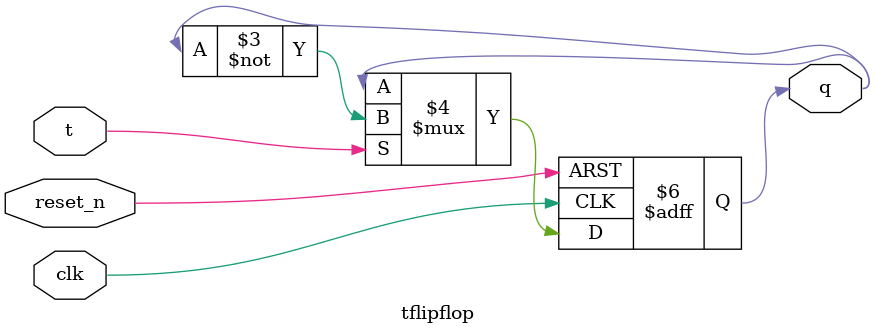
<source format=v>
module tflipflop (
  input wire clk,      // Clock input
  input wire reset_n,  // Active-low asynchronous reset
  input wire t,        // Toggle input
  output reg q         // Data output
);

  always @(posedge clk or negedge reset_n) begin
    if (!reset_n) begin
      // Reset condition
      q <= 1'b0; // or any other default value
    end else begin
      // T flip-flop operation
      if (t) begin
        // Toggle condition
        q <= ~q;
      end
    end
  end

endmodule

</source>
